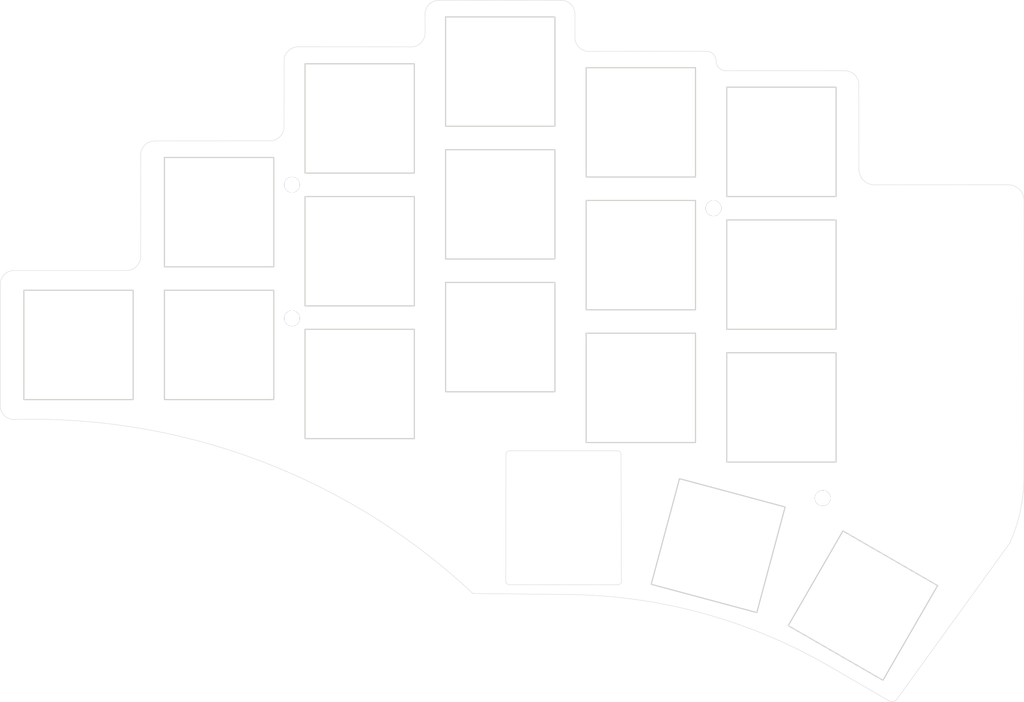
<source format=kicad_pcb>
(kicad_pcb (version 20221018) (generator pcbnew)
  (title_block (title "Altenswoop") (date "2023-08-10") (rev "0.6.1") (company "SuperFola") (comment 1 "https://github.com/SuperFola/arkenswoop"))
  (layers (0 "F.Cu" signal) (31 "B.Cu" signal) (34 "B.Paste" user) (35 "F.Paste" user) (36 "B.SilkS" user "B.Silkscreen") (37 "F.SilkS" user "F.Silkscreen") (38 "B.Mask" user) (39 "F.Mask" user) (44 "Edge.Cuts" user))
  (net 0 "")
  (footprint "arkenswoop:M2_2mm_hole" (layer "F.Cu") (at 134.53 86.74)
    (fp_text reference "H3" hide)
    (fp_text value "M2 Hole" hide)
    (pad "" thru_hole circle (at 0 0) (size 2 2) (drill 2) (layers "*.Cu" "*.Mask"))
  )
  (footprint "arkenswoop:SW_PG1350_plate_cutout" (layer "F.Cu") (at 107.229546 103.239471)
    (fp_text reference "SW13")
    (fp_text value "Choc")
    (fp_rect (start -7 -7) (end 7 7) (stroke (width 0.15)) (fill none) (layer "Edge.Cuts"))
  )
  (footprint "arkenswoop:M2_2mm_hole" (layer "F.Cu") (at 80.56 83.73)
    (fp_text reference "H1" hide)
    (fp_text value "M2 Hole" hide)
    (pad "" thru_hole circle (at 0 0) (size 2 2) (drill 2) (layers "*.Cu" "*.Mask"))
  )
  (footprint "arkenswoop:SW_PG1350_plate_cutout" (layer "F.Cu") (at 153.66651 137.618092 -30)
    (fp_text reference "SW17")
    (fp_text value "Choc")
    (fp_rect (start -7 -7) (end 7 7) (stroke (width 0.15)) (fill none) (layer "Edge.Cuts"))
  )
  (footprint "arkenswoop:SW_PG1350_plate_cutout" (layer "F.Cu") (at 53.229542 104.239972)
    (fp_text reference "SW11")
    (fp_text value "Choc")
    (fp_rect (start -7 -7) (end 7 7) (stroke (width 0.15)) (fill none) (layer "Edge.Cuts"))
  )
  (footprint "arkenswoop:SW_PG1350_plate_cutout" (layer "F.Cu") (at 125.228544 92.73947)
    (fp_text reference "SW9")
    (fp_text value "Choc")
    (fp_rect (start -7 -7) (end 7 7) (stroke (width 0.15)) (fill none) (layer "Edge.Cuts"))
  )
  (footprint "arkenswoop:SW_PG1350_plate_cutout" (layer "F.Cu") (at 143.229546 95.239475)
    (fp_text reference "SW10")
    (fp_text value "Choc")
    (fp_rect (start -7 -7) (end 7 7) (stroke (width 0.15)) (fill none) (layer "Edge.Cuts"))
  )
  (footprint "arkenswoop:SW_PG1350_plate_cutout" (layer "F.Cu") (at 71.229542 87.239972)
    (fp_text reference "SW1")
    (fp_text value "Choc")
    (fp_rect (start -7 -7) (end 7 7) (stroke (width 0.15)) (fill none) (layer "Edge.Cuts"))
  )
  (footprint "arkenswoop:SW_PG1350_plate_cutout" (layer "F.Cu") (at 89.229547 109.239974)
    (fp_text reference "SW12")
    (fp_text value "Choc")
    (fp_rect (start -7 -7) (end 7 7) (stroke (width 0.15)) (fill none) (layer "Edge.Cuts"))
  )
  (footprint "arkenswoop:SW_PG1350_plate_cutout" (layer "F.Cu") (at 107.229543 69.239473)
    (fp_text reference "SW3")
    (fp_text value "Choc")
    (fp_rect (start -7 -7) (end 7 7) (stroke (width 0.15)) (fill none) (layer "Edge.Cuts"))
  )
  (footprint "arkenswoop:SW_PG1350_plate_cutout" (layer "F.Cu") (at 143.229546 78.239472)
    (fp_text reference "SW5")
    (fp_text value "Choc")
    (fp_rect (start -7 -7) (end 7 7) (stroke (width 0.15)) (fill none) (layer "Edge.Cuts"))
  )
  (footprint "arkenswoop:SW_PG1350_plate_cutout" (layer "F.Cu") (at 71.229542 104.239972)
    (fp_text reference "SW6")
    (fp_text value "Choc")
    (fp_rect (start -7 -7) (end 7 7) (stroke (width 0.15)) (fill none) (layer "Edge.Cuts"))
  )
  (footprint "arkenswoop:SW_PG1350_plate_cutout" (layer "F.Cu") (at 125.228544 109.739471)
    (fp_text reference "SW14")
    (fp_text value "Choc")
    (fp_rect (start -7 -7) (end 7 7) (stroke (width 0.15)) (fill none) (layer "Edge.Cuts"))
  )
  (footprint "arkenswoop:SW_PG1350_plate_cutout" (layer "F.Cu") (at 89.229547 92.239968)
    (fp_text reference "SW7")
    (fp_text value "Choc")
    (fp_rect (start -7 -7) (end 7 7) (stroke (width 0.15)) (fill none) (layer "Edge.Cuts"))
  )
  (footprint "arkenswoop:SW_PG1350_plate_cutout" (layer "F.Cu") (at 125.228547 75.739475)
    (fp_text reference "SW4")
    (fp_text value "Choc")
    (fp_rect (start -7 -7) (end 7 7) (stroke (width 0.15)) (fill none) (layer "Edge.Cuts"))
  )
  (footprint "arkenswoop:M2_2mm_hole" (layer "F.Cu") (at 80.56 100.83)
    (fp_text reference "H2" hide)
    (fp_text value "M2 Hole" hide)
    (pad "" thru_hole circle (at 0 0) (size 2 2) (drill 2) (layers "*.Cu" "*.Mask"))
  )
  (footprint "arkenswoop:SW_PG1350_plate_cutout" (layer "F.Cu") (at 135.128587 129.939172 -15)
    (fp_text reference "SW16")
    (fp_text value "Choc")
    (fp_rect (start -7 -7) (end 7 7) (stroke (width 0.15)) (fill none) (layer "Edge.Cuts"))
  )
  (footprint "arkenswoop:SW_PG1350_plate_cutout" (layer "F.Cu") (at 107.229546 86.23947)
    (fp_text reference "SW8")
    (fp_text value "Choc")
    (fp_rect (start -7 -7) (end 7 7) (stroke (width 0.15)) (fill none) (layer "Edge.Cuts"))
  )
  (footprint "arkenswoop:M2_2mm_hole" (layer "F.Cu") (at 148.510701 123.849903)
    (fp_text reference "H4" hide)
    (fp_text value "M2 Hole" hide)
    (pad "" thru_hole circle (at 0 0) (size 2 2) (drill 2) (layers "*.Cu" "*.Mask"))
  )
  (footprint "arkenswoop:SW_PG1350_plate_cutout" (layer "F.Cu") (at 143.229549 112.239469)
    (fp_text reference "SW15")
    (fp_text value "Choc")
    (fp_rect (start -7 -7) (end 7 7) (stroke (width 0.15)) (fill none) (layer "Edge.Cuts"))
  )
  (footprint "arkenswoop:SW_PG1350_plate_cutout" (layer "F.Cu") (at 89.229545 75.239973)
    (fp_text reference "SW2")
    (fp_text value "Choc")
    (fp_rect (start -7 -7) (end 7 7) (stroke (width 0.15)) (fill none) (layer "Edge.Cuts"))
  )
  (gr_line (start 61.188834 79.86901) (end 61.183001 92.962834) (stroke (width 0.05)) (layer "Edge.Cuts"))
  (gr_line (start 153.15 81.749331) (end 153.145111 70.933883) (stroke (width 0.05)) (layer "Edge.Cuts"))
  (gr_line (start 174.29 85.74) (end 174.281568 121.466832) (stroke (width 0.05)) (layer "Edge.Cuts"))
  (gr_line (start 133.616117 66.633883) (end 118.540222 66.661837) (stroke (width 0.05)) (layer "Edge.Cuts"))
  (gr_line (start 116.795111 61.894135) (end 116.795111 64.867702) (stroke (width 0.05)) (layer "Edge.Cuts"))
  (gr_line (start 115.05 60.1) (end 99.389516 60.11343) (stroke (width 0.05)) (layer "Edge.Cuts"))
  (gr_arc (start 44.945484 113.794818) (mid 76.537742 119.100352) (end 103.711973 136.06445) (stroke (width 0.05)) (layer "Edge.Cuts"))
  (gr_arc (start 133.616117 66.633883) (mid 134.5 67) (end 134.866117 67.883883) (stroke (width 0.05)) (layer "Edge.Cuts"))
  (gr_arc (start 136.116117 69.133883) (mid 135.232234 68.767766) (end 134.866117 67.883883) (stroke (width 0.05)) (layer "Edge.Cuts"))
  (gr_line (start 79.547715 67.826168) (end 79.543548 76.357158) (stroke (width 0.05)) (layer "Edge.Cuts"))
  (gr_arc (start 44.945484 113.794817) (mid 43.708318 113.251816) (end 43.2 112) (stroke (width 0.05)) (layer "Edge.Cuts"))
  (gr_arc (start 97.595381 61.858541) (mid 98.138076 60.621651) (end 99.389516 60.11343) (stroke (width 0.05)) (layer "Edge.Cuts"))
  (gr_arc (start 122.285509 117.800624) (mid 122.570287 117.933532) (end 122.686243 118.225623) (stroke (width 0.05)) (layer "Edge.Cuts"))
  (gr_arc (start 43.2 96.453802) (mid 43.743001 95.216636) (end 44.994817 94.708318) (stroke (width 0.05)) (layer "Edge.Cuts"))
  (gr_line (start 115.235769 136.194832) (end 103.711973 136.06445) (stroke (width 0.05)) (layer "Edge.Cuts"))
  (gr_line (start 77.745029 78.114927) (end 62.983651 78.123526) (stroke (width 0.05)) (layer "Edge.Cuts"))
  (gr_line (start 44.994817 94.708318) (end 59.388184 94.708318) (stroke (width 0.05)) (layer "Edge.Cuts"))
  (gr_line (start 157.030886 149.825076) (end 149.229607 145.303912) (stroke (width 0.05)) (layer "Edge.Cuts"))
  (gr_arc (start 115.05 60.1) (mid 116.286898 60.642691) (end 116.795111 61.894135) (stroke (width 0.05)) (layer "Edge.Cuts"))
  (gr_arc (start 155.149984 83.749464) (mid 153.735753 83.163601) (end 153.15 81.749331) (stroke (width 0.05)) (layer "Edge.Cuts"))
  (gr_arc (start 151.4 69.139748) (mid 152.63689 69.682443) (end 153.145111 70.933883) (stroke (width 0.05)) (layer "Edge.Cuts"))
  (gr_line (start 107.96051 118.201358) (end 107.942708 134.510435) (stroke (width 0.05)) (layer "Edge.Cuts"))
  (gr_line (start 43.2 96.453802) (end 43.2 112) (stroke (width 0.05)) (layer "Edge.Cuts"))
  (gr_arc (start 174.281567 121.466832) (mid 173.789865 125.619716) (end 172.48064 129.591384) (stroke (width 0.05)) (layer "Edge.Cuts"))
  (gr_arc (start 122.735508 134.54989) (mid 122.602545 134.83461) (end 122.310509 134.950624) (stroke (width 0.05)) (layer "Edge.Cuts"))
  (gr_line (start 151.4 69.139748) (end 136.116117 69.133883) (stroke (width 0.05)) (layer "Edge.Cuts"))
  (gr_arc (start 79.543548 76.357158) (mid 79.000006 77.600024) (end 77.745029 78.114927) (stroke (width 0.05)) (layer "Edge.Cuts"))
  (gr_arc (start 115.235769 136.194832) (mid 132.832334 138.511576) (end 149.229607 145.303912) (stroke (width 0.05)) (layer "Edge.Cuts"))
  (gr_arc (start 158.055405 149.550557) (mid 157.600001 149.900002) (end 157.030886 149.825076) (stroke (width 0.05)) (layer "Edge.Cuts"))
  (gr_line (start 108.343442 134.935434) (end 122.310509 134.950624) (stroke (width 0.05)) (layer "Edge.Cuts"))
  (gr_line (start 122.686243 118.225623) (end 122.735508 134.54989) (stroke (width 0.05)) (layer "Edge.Cuts"))
  (gr_arc (start 61.188834 79.86901) (mid 61.73183 78.631838) (end 62.983651 78.123526) (stroke (width 0.05)) (layer "Edge.Cuts"))
  (gr_arc (start 107.96051 118.201358) (mid 108.093426 117.916589) (end 108.385509 117.800624) (stroke (width 0.05)) (layer "Edge.Cuts"))
  (gr_line (start 108.385509 117.800624) (end 122.285509 117.800624) (stroke (width 0.05)) (layer "Edge.Cuts"))
  (gr_arc (start 172.290016 83.739867) (mid 173.704245 84.325728) (end 174.29 85.74) (stroke (width 0.05)) (layer "Edge.Cuts"))
  (gr_arc (start 108.343442 134.935434) (mid 108.058694 134.802498) (end 107.942708 134.510435) (stroke (width 0.05)) (layer "Edge.Cuts"))
  (gr_arc (start 97.6 64.338143) (mid 97.057294 65.575) (end 95.805865 66.083254) (stroke (width 0.05)) (layer "Edge.Cuts"))
  (gr_line (start 97.595381 61.858541) (end 97.6 64.338143) (stroke (width 0.05)) (layer "Edge.Cuts"))
  (gr_line (start 158.055405 149.550557) (end 172.48064 129.591384) (stroke (width 0.05)) (layer "Edge.Cuts"))
  (gr_arc (start 118.540222 66.661837) (mid 117.303351 66.119136) (end 116.795111 64.867702) (stroke (width 0.05)) (layer "Edge.Cuts"))
  (gr_line (start 95.805865 66.083254) (end 81.352199 66.070992) (stroke (width 0.05)) (layer "Edge.Cuts"))
  (gr_line (start 155.149984 83.749464) (end 172.290016 83.739867) (stroke (width 0.05)) (layer "Edge.Cuts"))
  (gr_arc (start 61.183001 92.962834) (mid 60.64 94.2) (end 59.388184 94.708318) (stroke (width 0.05)) (layer "Edge.Cuts"))
  (gr_arc (start 79.547715 67.826168) (mid 80.093555 66.582164) (end 81.352199 66.070992) (stroke (width 0.05)) (layer "Edge.Cuts"))
)
</source>
